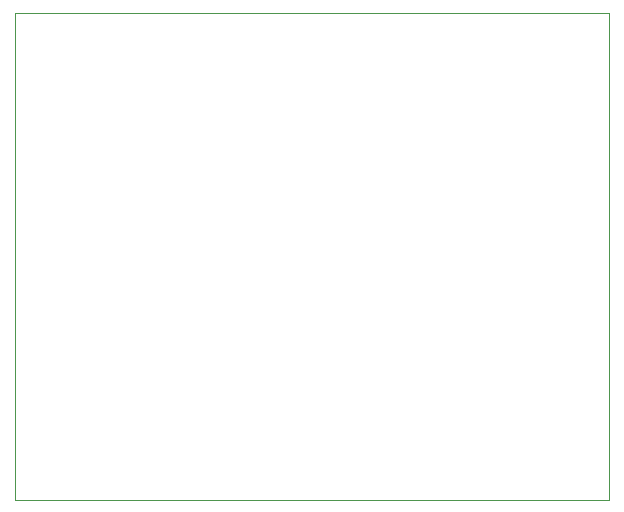
<source format=gbr>
%TF.GenerationSoftware,KiCad,Pcbnew,(5.1.10)-1*%
%TF.CreationDate,2022-09-18T09:06:00-05:00*%
%TF.ProjectId,digi_pot_tracer,64696769-5f70-46f7-945f-747261636572,A*%
%TF.SameCoordinates,Original*%
%TF.FileFunction,Profile,NP*%
%FSLAX46Y46*%
G04 Gerber Fmt 4.6, Leading zero omitted, Abs format (unit mm)*
G04 Created by KiCad (PCBNEW (5.1.10)-1) date 2022-09-18 09:06:00*
%MOMM*%
%LPD*%
G01*
G04 APERTURE LIST*
%TA.AperFunction,Profile*%
%ADD10C,0.050000*%
%TD*%
G04 APERTURE END LIST*
D10*
X155702000Y-57340500D02*
X205994000Y-57340500D01*
X205994000Y-98552000D02*
X205994000Y-57340500D01*
X155702000Y-98552000D02*
X155702000Y-57340500D01*
X155702000Y-98552000D02*
X205994000Y-98552000D01*
M02*

</source>
